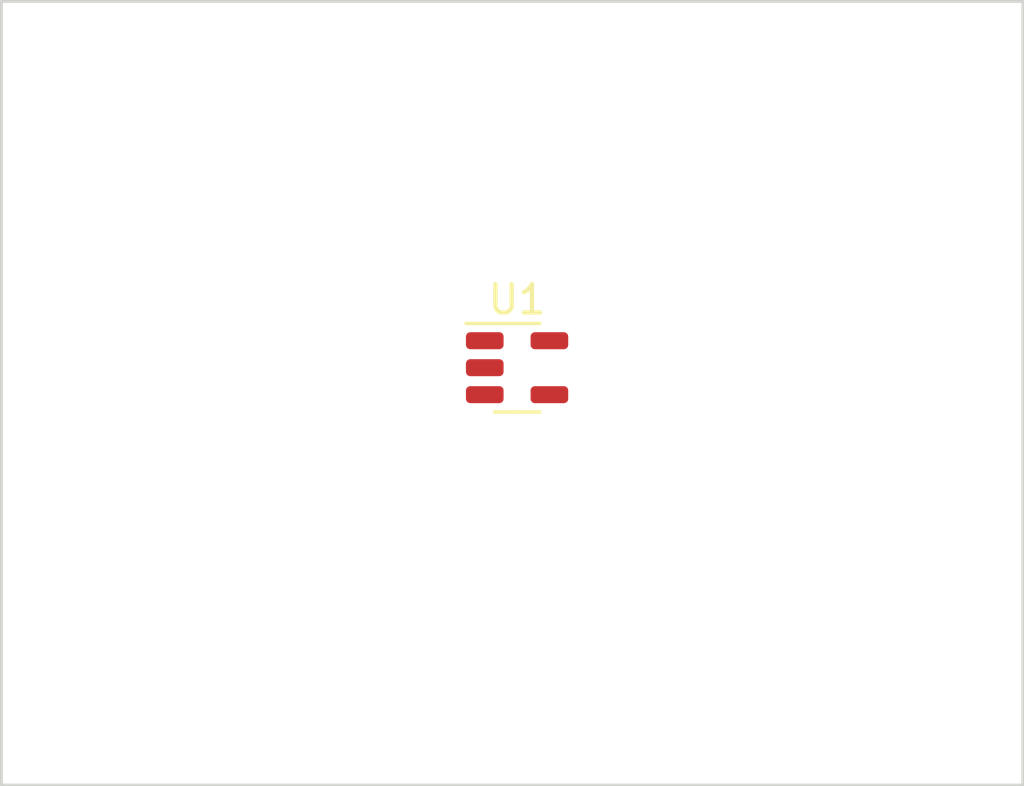
<source format=kicad_pcb>
(kicad_pcb (version 20211014) (generator pcbnew)
  (layers (0 "F.Cu" signal) (31 "B.Cu" signal) (34 "B.Paste" user) (35 "F.Paste" user) (36 "B.SilkS" user "B.Silkscreen") (37 "F.SilkS" user "F.Silkscreen") (38 "B.Mask" user) (39 "F.Mask" user) (44 "Edge.Cuts" user))
  (net 0 "")
  (footprint "Package_TO_SOT_SMD:SOT-23-5" (layer "F.Cu") (at 103.65 74.15)
    (fp_text reference "U1" (at 0 -2.4) (layer "F.SilkS"))
    (fp_text value "LK112M50TR")
    (fp_line (start 0 1.56) (end -0.8 1.56) (layer "F.SilkS") (width 0.12))
    (fp_line (start 0 -1.56) (end 0.8 -1.56) (layer "F.SilkS") (width 0.12))
    (fp_line (start 0 1.56) (end 0.8 1.56) (layer "F.SilkS") (width 0.12))
    (fp_line (start 0 -1.56) (end -1.8 -1.56) (layer "F.SilkS") (width 0.12))
    (pad "1" smd roundrect locked (at -1.1375 -0.95) (size 1.325 0.6) (layers "F.Cu" "F.Paste" "F.Mask"))
    (pad "2" smd roundrect locked (at -1.1375 0) (size 1.325 0.6) (layers "F.Cu" "F.Paste" "F.Mask"))
    (pad "3" smd roundrect locked (at -1.1375 0.95) (size 1.325 0.6) (layers "F.Cu" "F.Paste" "F.Mask"))
    (pad "4" smd roundrect locked (at 1.1375 0.95) (size 1.325 0.6) (layers "F.Cu" "F.Paste" "F.Mask"))
    (pad "5" smd roundrect locked (at 1.1375 -0.95) (size 1.325 0.6) (layers "F.Cu" "F.Paste" "F.Mask"))
  )
  (gr_rect (start 85.5 61.25) (end 121.45 88.85) (layer "Edge.Cuts") (width 0.1) (fill none))
)
</source>
